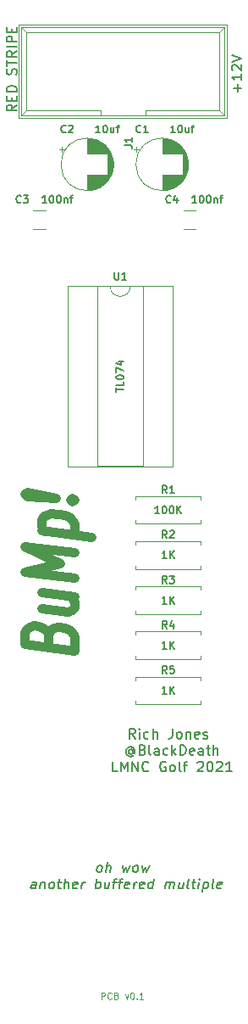
<source format=gbr>
%TF.GenerationSoftware,KiCad,Pcbnew,(5.1.8-0-10_14)*%
%TF.CreationDate,2021-08-22T20:49:35-04:00*%
%TF.ProjectId,bump,62756d70-2e6b-4696-9361-645f70636258,rev?*%
%TF.SameCoordinates,Original*%
%TF.FileFunction,Legend,Top*%
%TF.FilePolarity,Positive*%
%FSLAX46Y46*%
G04 Gerber Fmt 4.6, Leading zero omitted, Abs format (unit mm)*
G04 Created by KiCad (PCBNEW (5.1.8-0-10_14)) date 2021-08-22 20:49:35*
%MOMM*%
%LPD*%
G01*
G04 APERTURE LIST*
%ADD10C,0.125000*%
%ADD11C,0.150000*%
%ADD12C,0.950000*%
%ADD13C,0.120000*%
%ADD14C,1.600000*%
%ADD15R,1.600000X1.600000*%
%ADD16C,3.200000*%
%ADD17O,1.740000X2.200000*%
%ADD18R,1.727200X1.727200*%
%ADD19O,1.727200X1.727200*%
%ADD20O,1.600000X1.600000*%
%ADD21R,2.400000X1.600000*%
%ADD22O,2.400000X1.600000*%
G04 APERTURE END LIST*
D10*
X60410714Y-149294047D02*
X60410714Y-148644047D01*
X60658333Y-148644047D01*
X60720238Y-148675000D01*
X60751190Y-148705952D01*
X60782142Y-148767857D01*
X60782142Y-148860714D01*
X60751190Y-148922619D01*
X60720238Y-148953571D01*
X60658333Y-148984523D01*
X60410714Y-148984523D01*
X61432142Y-149232142D02*
X61401190Y-149263095D01*
X61308333Y-149294047D01*
X61246428Y-149294047D01*
X61153571Y-149263095D01*
X61091666Y-149201190D01*
X61060714Y-149139285D01*
X61029761Y-149015476D01*
X61029761Y-148922619D01*
X61060714Y-148798809D01*
X61091666Y-148736904D01*
X61153571Y-148675000D01*
X61246428Y-148644047D01*
X61308333Y-148644047D01*
X61401190Y-148675000D01*
X61432142Y-148705952D01*
X61927380Y-148953571D02*
X62020238Y-148984523D01*
X62051190Y-149015476D01*
X62082142Y-149077380D01*
X62082142Y-149170238D01*
X62051190Y-149232142D01*
X62020238Y-149263095D01*
X61958333Y-149294047D01*
X61710714Y-149294047D01*
X61710714Y-148644047D01*
X61927380Y-148644047D01*
X61989285Y-148675000D01*
X62020238Y-148705952D01*
X62051190Y-148767857D01*
X62051190Y-148829761D01*
X62020238Y-148891666D01*
X61989285Y-148922619D01*
X61927380Y-148953571D01*
X61710714Y-148953571D01*
X62794047Y-148860714D02*
X62948809Y-149294047D01*
X63103571Y-148860714D01*
X63475000Y-148644047D02*
X63536904Y-148644047D01*
X63598809Y-148675000D01*
X63629761Y-148705952D01*
X63660714Y-148767857D01*
X63691666Y-148891666D01*
X63691666Y-149046428D01*
X63660714Y-149170238D01*
X63629761Y-149232142D01*
X63598809Y-149263095D01*
X63536904Y-149294047D01*
X63475000Y-149294047D01*
X63413095Y-149263095D01*
X63382142Y-149232142D01*
X63351190Y-149170238D01*
X63320238Y-149046428D01*
X63320238Y-148891666D01*
X63351190Y-148767857D01*
X63382142Y-148705952D01*
X63413095Y-148675000D01*
X63475000Y-148644047D01*
X63970238Y-149232142D02*
X64001190Y-149263095D01*
X63970238Y-149294047D01*
X63939285Y-149263095D01*
X63970238Y-149232142D01*
X63970238Y-149294047D01*
X64620238Y-149294047D02*
X64248809Y-149294047D01*
X64434523Y-149294047D02*
X64434523Y-148644047D01*
X64372619Y-148736904D01*
X64310714Y-148798809D01*
X64248809Y-148829761D01*
D11*
X60114300Y-136627380D02*
X60025014Y-136579761D01*
X59983348Y-136532142D01*
X59947633Y-136436904D01*
X59983348Y-136151190D01*
X60042872Y-136055952D01*
X60096443Y-136008333D01*
X60197633Y-135960714D01*
X60340491Y-135960714D01*
X60429776Y-136008333D01*
X60471443Y-136055952D01*
X60507157Y-136151190D01*
X60471443Y-136436904D01*
X60411919Y-136532142D01*
X60358348Y-136579761D01*
X60257157Y-136627380D01*
X60114300Y-136627380D01*
X60876205Y-136627380D02*
X61001205Y-135627380D01*
X61304776Y-136627380D02*
X61370252Y-136103571D01*
X61334538Y-136008333D01*
X61245252Y-135960714D01*
X61102395Y-135960714D01*
X61001205Y-136008333D01*
X60947633Y-136055952D01*
X62530967Y-135960714D02*
X62638110Y-136627380D01*
X62888110Y-136151190D01*
X63019062Y-136627380D01*
X63292872Y-135960714D01*
X63733348Y-136627380D02*
X63644062Y-136579761D01*
X63602395Y-136532142D01*
X63566681Y-136436904D01*
X63602395Y-136151190D01*
X63661919Y-136055952D01*
X63715491Y-136008333D01*
X63816681Y-135960714D01*
X63959538Y-135960714D01*
X64048824Y-136008333D01*
X64090491Y-136055952D01*
X64126205Y-136151190D01*
X64090491Y-136436904D01*
X64030967Y-136532142D01*
X63977395Y-136579761D01*
X63876205Y-136627380D01*
X63733348Y-136627380D01*
X64483348Y-135960714D02*
X64590491Y-136627380D01*
X64840491Y-136151190D01*
X64971443Y-136627380D01*
X65245252Y-135960714D01*
X53828586Y-138277380D02*
X53894062Y-137753571D01*
X53858348Y-137658333D01*
X53769062Y-137610714D01*
X53578586Y-137610714D01*
X53477395Y-137658333D01*
X53834538Y-138229761D02*
X53733348Y-138277380D01*
X53495252Y-138277380D01*
X53405967Y-138229761D01*
X53370252Y-138134523D01*
X53382157Y-138039285D01*
X53441681Y-137944047D01*
X53542872Y-137896428D01*
X53780967Y-137896428D01*
X53882157Y-137848809D01*
X54388110Y-137610714D02*
X54304776Y-138277380D01*
X54376205Y-137705952D02*
X54429776Y-137658333D01*
X54530967Y-137610714D01*
X54673824Y-137610714D01*
X54763110Y-137658333D01*
X54798824Y-137753571D01*
X54733348Y-138277380D01*
X55352395Y-138277380D02*
X55263110Y-138229761D01*
X55221443Y-138182142D01*
X55185729Y-138086904D01*
X55221443Y-137801190D01*
X55280967Y-137705952D01*
X55334538Y-137658333D01*
X55435729Y-137610714D01*
X55578586Y-137610714D01*
X55667872Y-137658333D01*
X55709538Y-137705952D01*
X55745252Y-137801190D01*
X55709538Y-138086904D01*
X55650014Y-138182142D01*
X55596443Y-138229761D01*
X55495252Y-138277380D01*
X55352395Y-138277380D01*
X56054776Y-137610714D02*
X56435729Y-137610714D01*
X56239300Y-137277380D02*
X56132157Y-138134523D01*
X56167872Y-138229761D01*
X56257157Y-138277380D01*
X56352395Y-138277380D01*
X56685729Y-138277380D02*
X56810729Y-137277380D01*
X57114300Y-138277380D02*
X57179776Y-137753571D01*
X57144062Y-137658333D01*
X57054776Y-137610714D01*
X56911919Y-137610714D01*
X56810729Y-137658333D01*
X56757157Y-137705952D01*
X57977395Y-138229761D02*
X57876205Y-138277380D01*
X57685729Y-138277380D01*
X57596443Y-138229761D01*
X57560729Y-138134523D01*
X57608348Y-137753571D01*
X57667872Y-137658333D01*
X57769062Y-137610714D01*
X57959538Y-137610714D01*
X58048824Y-137658333D01*
X58084538Y-137753571D01*
X58072633Y-137848809D01*
X57584538Y-137944047D01*
X58447633Y-138277380D02*
X58530967Y-137610714D01*
X58507157Y-137801190D02*
X58566681Y-137705952D01*
X58620252Y-137658333D01*
X58721443Y-137610714D01*
X58816681Y-137610714D01*
X59828586Y-138277380D02*
X59953586Y-137277380D01*
X59905967Y-137658333D02*
X60007157Y-137610714D01*
X60197633Y-137610714D01*
X60286919Y-137658333D01*
X60328586Y-137705952D01*
X60364300Y-137801190D01*
X60328586Y-138086904D01*
X60269062Y-138182142D01*
X60215491Y-138229761D01*
X60114300Y-138277380D01*
X59923824Y-138277380D01*
X59834538Y-138229761D01*
X61245252Y-137610714D02*
X61161919Y-138277380D01*
X60816681Y-137610714D02*
X60751205Y-138134523D01*
X60786919Y-138229761D01*
X60876205Y-138277380D01*
X61019062Y-138277380D01*
X61120252Y-138229761D01*
X61173824Y-138182142D01*
X61578586Y-137610714D02*
X61959538Y-137610714D01*
X61638110Y-138277380D02*
X61745252Y-137420238D01*
X61804776Y-137325000D01*
X61905967Y-137277380D01*
X62001205Y-137277380D01*
X62150014Y-137610714D02*
X62530967Y-137610714D01*
X62209538Y-138277380D02*
X62316681Y-137420238D01*
X62376205Y-137325000D01*
X62477395Y-137277380D01*
X62572633Y-137277380D01*
X63167872Y-138229761D02*
X63066681Y-138277380D01*
X62876205Y-138277380D01*
X62786919Y-138229761D01*
X62751205Y-138134523D01*
X62798824Y-137753571D01*
X62858348Y-137658333D01*
X62959538Y-137610714D01*
X63150014Y-137610714D01*
X63239300Y-137658333D01*
X63275014Y-137753571D01*
X63263110Y-137848809D01*
X62775014Y-137944047D01*
X63638110Y-138277380D02*
X63721443Y-137610714D01*
X63697633Y-137801190D02*
X63757157Y-137705952D01*
X63810729Y-137658333D01*
X63911919Y-137610714D01*
X64007157Y-137610714D01*
X64644062Y-138229761D02*
X64542872Y-138277380D01*
X64352395Y-138277380D01*
X64263110Y-138229761D01*
X64227395Y-138134523D01*
X64275014Y-137753571D01*
X64334538Y-137658333D01*
X64435729Y-137610714D01*
X64626205Y-137610714D01*
X64715491Y-137658333D01*
X64751205Y-137753571D01*
X64739300Y-137848809D01*
X64251205Y-137944047D01*
X65542872Y-138277380D02*
X65667872Y-137277380D01*
X65548824Y-138229761D02*
X65447633Y-138277380D01*
X65257157Y-138277380D01*
X65167872Y-138229761D01*
X65126205Y-138182142D01*
X65090491Y-138086904D01*
X65126205Y-137801190D01*
X65185729Y-137705952D01*
X65239300Y-137658333D01*
X65340491Y-137610714D01*
X65530967Y-137610714D01*
X65620252Y-137658333D01*
X66780967Y-138277380D02*
X66864300Y-137610714D01*
X66852395Y-137705952D02*
X66905967Y-137658333D01*
X67007157Y-137610714D01*
X67150014Y-137610714D01*
X67239300Y-137658333D01*
X67275014Y-137753571D01*
X67209538Y-138277380D01*
X67275014Y-137753571D02*
X67334538Y-137658333D01*
X67435729Y-137610714D01*
X67578586Y-137610714D01*
X67667872Y-137658333D01*
X67703586Y-137753571D01*
X67638110Y-138277380D01*
X68626205Y-137610714D02*
X68542872Y-138277380D01*
X68197633Y-137610714D02*
X68132157Y-138134523D01*
X68167872Y-138229761D01*
X68257157Y-138277380D01*
X68400014Y-138277380D01*
X68501205Y-138229761D01*
X68554776Y-138182142D01*
X69161919Y-138277380D02*
X69072633Y-138229761D01*
X69036919Y-138134523D01*
X69144062Y-137277380D01*
X69483348Y-137610714D02*
X69864300Y-137610714D01*
X69667872Y-137277380D02*
X69560729Y-138134523D01*
X69596443Y-138229761D01*
X69685729Y-138277380D01*
X69780967Y-138277380D01*
X70114300Y-138277380D02*
X70197633Y-137610714D01*
X70239300Y-137277380D02*
X70185729Y-137325000D01*
X70227395Y-137372619D01*
X70280967Y-137325000D01*
X70239300Y-137277380D01*
X70227395Y-137372619D01*
X70673824Y-137610714D02*
X70548824Y-138610714D01*
X70667872Y-137658333D02*
X70769062Y-137610714D01*
X70959538Y-137610714D01*
X71048824Y-137658333D01*
X71090491Y-137705952D01*
X71126205Y-137801190D01*
X71090491Y-138086904D01*
X71030967Y-138182142D01*
X70977395Y-138229761D01*
X70876205Y-138277380D01*
X70685729Y-138277380D01*
X70596443Y-138229761D01*
X71638110Y-138277380D02*
X71548824Y-138229761D01*
X71513110Y-138134523D01*
X71620252Y-137277380D01*
X72405967Y-138229761D02*
X72304776Y-138277380D01*
X72114300Y-138277380D01*
X72025014Y-138229761D01*
X71989300Y-138134523D01*
X72036919Y-137753571D01*
X72096443Y-137658333D01*
X72197633Y-137610714D01*
X72388110Y-137610714D01*
X72477395Y-137658333D01*
X72513110Y-137753571D01*
X72501205Y-137848809D01*
X72013110Y-137944047D01*
D12*
X55142857Y-112931651D02*
X55380952Y-112418556D01*
X55619047Y-112267366D01*
X56095238Y-112145937D01*
X56809523Y-112235223D01*
X57285714Y-112475699D01*
X57523809Y-112686413D01*
X57761904Y-113078080D01*
X57761904Y-114525699D01*
X52761904Y-113900699D01*
X52761904Y-112634032D01*
X53000000Y-112301889D01*
X53238095Y-112150699D01*
X53714285Y-112029270D01*
X54190476Y-112088794D01*
X54666666Y-112329270D01*
X54904761Y-112539985D01*
X55142857Y-112931651D01*
X55142857Y-114198318D01*
X54428571Y-108680461D02*
X57761904Y-109097127D01*
X54428571Y-110309032D02*
X57047619Y-110636413D01*
X57523809Y-110514985D01*
X57761904Y-110182842D01*
X57761904Y-109639985D01*
X57523809Y-109248318D01*
X57285714Y-109037604D01*
X57761904Y-107287604D02*
X52761904Y-106662604D01*
X56333333Y-105842366D01*
X52761904Y-104129270D01*
X57761904Y-104754270D01*
X54428571Y-102528080D02*
X59428571Y-103153080D01*
X54666666Y-102557842D02*
X54428571Y-102166175D01*
X54428571Y-101442366D01*
X54666666Y-101110223D01*
X54904761Y-100959032D01*
X55380952Y-100837604D01*
X56809523Y-101016175D01*
X57285714Y-101256651D01*
X57523809Y-101467366D01*
X57761904Y-101859032D01*
X57761904Y-102582842D01*
X57523809Y-102914985D01*
X57285714Y-99447127D02*
X57523809Y-99295937D01*
X57761904Y-99506651D01*
X57523809Y-99657842D01*
X57285714Y-99447127D01*
X57761904Y-99506651D01*
X55857142Y-99268556D02*
X53000000Y-99092366D01*
X52761904Y-98881651D01*
X53000000Y-98730461D01*
X55857142Y-99268556D01*
X52761904Y-98881651D01*
D11*
X63809523Y-123302380D02*
X63476190Y-122826190D01*
X63238095Y-123302380D02*
X63238095Y-122302380D01*
X63619047Y-122302380D01*
X63714285Y-122350000D01*
X63761904Y-122397619D01*
X63809523Y-122492857D01*
X63809523Y-122635714D01*
X63761904Y-122730952D01*
X63714285Y-122778571D01*
X63619047Y-122826190D01*
X63238095Y-122826190D01*
X64238095Y-123302380D02*
X64238095Y-122635714D01*
X64238095Y-122302380D02*
X64190476Y-122350000D01*
X64238095Y-122397619D01*
X64285714Y-122350000D01*
X64238095Y-122302380D01*
X64238095Y-122397619D01*
X65142857Y-123254761D02*
X65047619Y-123302380D01*
X64857142Y-123302380D01*
X64761904Y-123254761D01*
X64714285Y-123207142D01*
X64666666Y-123111904D01*
X64666666Y-122826190D01*
X64714285Y-122730952D01*
X64761904Y-122683333D01*
X64857142Y-122635714D01*
X65047619Y-122635714D01*
X65142857Y-122683333D01*
X65571428Y-123302380D02*
X65571428Y-122302380D01*
X66000000Y-123302380D02*
X66000000Y-122778571D01*
X65952380Y-122683333D01*
X65857142Y-122635714D01*
X65714285Y-122635714D01*
X65619047Y-122683333D01*
X65571428Y-122730952D01*
X67523809Y-122302380D02*
X67523809Y-123016666D01*
X67476190Y-123159523D01*
X67380952Y-123254761D01*
X67238095Y-123302380D01*
X67142857Y-123302380D01*
X68142857Y-123302380D02*
X68047619Y-123254761D01*
X68000000Y-123207142D01*
X67952380Y-123111904D01*
X67952380Y-122826190D01*
X68000000Y-122730952D01*
X68047619Y-122683333D01*
X68142857Y-122635714D01*
X68285714Y-122635714D01*
X68380952Y-122683333D01*
X68428571Y-122730952D01*
X68476190Y-122826190D01*
X68476190Y-123111904D01*
X68428571Y-123207142D01*
X68380952Y-123254761D01*
X68285714Y-123302380D01*
X68142857Y-123302380D01*
X68904761Y-122635714D02*
X68904761Y-123302380D01*
X68904761Y-122730952D02*
X68952380Y-122683333D01*
X69047619Y-122635714D01*
X69190476Y-122635714D01*
X69285714Y-122683333D01*
X69333333Y-122778571D01*
X69333333Y-123302380D01*
X70190476Y-123254761D02*
X70095238Y-123302380D01*
X69904761Y-123302380D01*
X69809523Y-123254761D01*
X69761904Y-123159523D01*
X69761904Y-122778571D01*
X69809523Y-122683333D01*
X69904761Y-122635714D01*
X70095238Y-122635714D01*
X70190476Y-122683333D01*
X70238095Y-122778571D01*
X70238095Y-122873809D01*
X69761904Y-122969047D01*
X70619047Y-123254761D02*
X70714285Y-123302380D01*
X70904761Y-123302380D01*
X71000000Y-123254761D01*
X71047619Y-123159523D01*
X71047619Y-123111904D01*
X71000000Y-123016666D01*
X70904761Y-122969047D01*
X70761904Y-122969047D01*
X70666666Y-122921428D01*
X70619047Y-122826190D01*
X70619047Y-122778571D01*
X70666666Y-122683333D01*
X70761904Y-122635714D01*
X70904761Y-122635714D01*
X71000000Y-122683333D01*
X63547619Y-124476190D02*
X63500000Y-124428571D01*
X63404761Y-124380952D01*
X63309523Y-124380952D01*
X63214285Y-124428571D01*
X63166666Y-124476190D01*
X63119047Y-124571428D01*
X63119047Y-124666666D01*
X63166666Y-124761904D01*
X63214285Y-124809523D01*
X63309523Y-124857142D01*
X63404761Y-124857142D01*
X63500000Y-124809523D01*
X63547619Y-124761904D01*
X63547619Y-124380952D02*
X63547619Y-124761904D01*
X63595238Y-124809523D01*
X63642857Y-124809523D01*
X63738095Y-124761904D01*
X63785714Y-124666666D01*
X63785714Y-124428571D01*
X63690476Y-124285714D01*
X63547619Y-124190476D01*
X63357142Y-124142857D01*
X63166666Y-124190476D01*
X63023809Y-124285714D01*
X62928571Y-124428571D01*
X62880952Y-124619047D01*
X62928571Y-124809523D01*
X63023809Y-124952380D01*
X63166666Y-125047619D01*
X63357142Y-125095238D01*
X63547619Y-125047619D01*
X63690476Y-124952380D01*
X64547619Y-124428571D02*
X64690476Y-124476190D01*
X64738095Y-124523809D01*
X64785714Y-124619047D01*
X64785714Y-124761904D01*
X64738095Y-124857142D01*
X64690476Y-124904761D01*
X64595238Y-124952380D01*
X64214285Y-124952380D01*
X64214285Y-123952380D01*
X64547619Y-123952380D01*
X64642857Y-124000000D01*
X64690476Y-124047619D01*
X64738095Y-124142857D01*
X64738095Y-124238095D01*
X64690476Y-124333333D01*
X64642857Y-124380952D01*
X64547619Y-124428571D01*
X64214285Y-124428571D01*
X65357142Y-124952380D02*
X65261904Y-124904761D01*
X65214285Y-124809523D01*
X65214285Y-123952380D01*
X66166666Y-124952380D02*
X66166666Y-124428571D01*
X66119047Y-124333333D01*
X66023809Y-124285714D01*
X65833333Y-124285714D01*
X65738095Y-124333333D01*
X66166666Y-124904761D02*
X66071428Y-124952380D01*
X65833333Y-124952380D01*
X65738095Y-124904761D01*
X65690476Y-124809523D01*
X65690476Y-124714285D01*
X65738095Y-124619047D01*
X65833333Y-124571428D01*
X66071428Y-124571428D01*
X66166666Y-124523809D01*
X67071428Y-124904761D02*
X66976190Y-124952380D01*
X66785714Y-124952380D01*
X66690476Y-124904761D01*
X66642857Y-124857142D01*
X66595238Y-124761904D01*
X66595238Y-124476190D01*
X66642857Y-124380952D01*
X66690476Y-124333333D01*
X66785714Y-124285714D01*
X66976190Y-124285714D01*
X67071428Y-124333333D01*
X67500000Y-124952380D02*
X67500000Y-123952380D01*
X67595238Y-124571428D02*
X67880952Y-124952380D01*
X67880952Y-124285714D02*
X67500000Y-124666666D01*
X68309523Y-124952380D02*
X68309523Y-123952380D01*
X68547619Y-123952380D01*
X68690476Y-124000000D01*
X68785714Y-124095238D01*
X68833333Y-124190476D01*
X68880952Y-124380952D01*
X68880952Y-124523809D01*
X68833333Y-124714285D01*
X68785714Y-124809523D01*
X68690476Y-124904761D01*
X68547619Y-124952380D01*
X68309523Y-124952380D01*
X69690476Y-124904761D02*
X69595238Y-124952380D01*
X69404761Y-124952380D01*
X69309523Y-124904761D01*
X69261904Y-124809523D01*
X69261904Y-124428571D01*
X69309523Y-124333333D01*
X69404761Y-124285714D01*
X69595238Y-124285714D01*
X69690476Y-124333333D01*
X69738095Y-124428571D01*
X69738095Y-124523809D01*
X69261904Y-124619047D01*
X70595238Y-124952380D02*
X70595238Y-124428571D01*
X70547619Y-124333333D01*
X70452380Y-124285714D01*
X70261904Y-124285714D01*
X70166666Y-124333333D01*
X70595238Y-124904761D02*
X70500000Y-124952380D01*
X70261904Y-124952380D01*
X70166666Y-124904761D01*
X70119047Y-124809523D01*
X70119047Y-124714285D01*
X70166666Y-124619047D01*
X70261904Y-124571428D01*
X70500000Y-124571428D01*
X70595238Y-124523809D01*
X70928571Y-124285714D02*
X71309523Y-124285714D01*
X71071428Y-123952380D02*
X71071428Y-124809523D01*
X71119047Y-124904761D01*
X71214285Y-124952380D01*
X71309523Y-124952380D01*
X71642857Y-124952380D02*
X71642857Y-123952380D01*
X72071428Y-124952380D02*
X72071428Y-124428571D01*
X72023809Y-124333333D01*
X71928571Y-124285714D01*
X71785714Y-124285714D01*
X71690476Y-124333333D01*
X71642857Y-124380952D01*
X62047619Y-126602380D02*
X61571428Y-126602380D01*
X61571428Y-125602380D01*
X62380952Y-126602380D02*
X62380952Y-125602380D01*
X62714285Y-126316666D01*
X63047619Y-125602380D01*
X63047619Y-126602380D01*
X63523809Y-126602380D02*
X63523809Y-125602380D01*
X64095238Y-126602380D01*
X64095238Y-125602380D01*
X65142857Y-126507142D02*
X65095238Y-126554761D01*
X64952380Y-126602380D01*
X64857142Y-126602380D01*
X64714285Y-126554761D01*
X64619047Y-126459523D01*
X64571428Y-126364285D01*
X64523809Y-126173809D01*
X64523809Y-126030952D01*
X64571428Y-125840476D01*
X64619047Y-125745238D01*
X64714285Y-125650000D01*
X64857142Y-125602380D01*
X64952380Y-125602380D01*
X65095238Y-125650000D01*
X65142857Y-125697619D01*
X66857142Y-125650000D02*
X66761904Y-125602380D01*
X66619047Y-125602380D01*
X66476190Y-125650000D01*
X66380952Y-125745238D01*
X66333333Y-125840476D01*
X66285714Y-126030952D01*
X66285714Y-126173809D01*
X66333333Y-126364285D01*
X66380952Y-126459523D01*
X66476190Y-126554761D01*
X66619047Y-126602380D01*
X66714285Y-126602380D01*
X66857142Y-126554761D01*
X66904761Y-126507142D01*
X66904761Y-126173809D01*
X66714285Y-126173809D01*
X67476190Y-126602380D02*
X67380952Y-126554761D01*
X67333333Y-126507142D01*
X67285714Y-126411904D01*
X67285714Y-126126190D01*
X67333333Y-126030952D01*
X67380952Y-125983333D01*
X67476190Y-125935714D01*
X67619047Y-125935714D01*
X67714285Y-125983333D01*
X67761904Y-126030952D01*
X67809523Y-126126190D01*
X67809523Y-126411904D01*
X67761904Y-126507142D01*
X67714285Y-126554761D01*
X67619047Y-126602380D01*
X67476190Y-126602380D01*
X68380952Y-126602380D02*
X68285714Y-126554761D01*
X68238095Y-126459523D01*
X68238095Y-125602380D01*
X68619047Y-125935714D02*
X69000000Y-125935714D01*
X68761904Y-126602380D02*
X68761904Y-125745238D01*
X68809523Y-125650000D01*
X68904761Y-125602380D01*
X69000000Y-125602380D01*
X70047619Y-125697619D02*
X70095238Y-125650000D01*
X70190476Y-125602380D01*
X70428571Y-125602380D01*
X70523809Y-125650000D01*
X70571428Y-125697619D01*
X70619047Y-125792857D01*
X70619047Y-125888095D01*
X70571428Y-126030952D01*
X70000000Y-126602380D01*
X70619047Y-126602380D01*
X71238095Y-125602380D02*
X71333333Y-125602380D01*
X71428571Y-125650000D01*
X71476190Y-125697619D01*
X71523809Y-125792857D01*
X71571428Y-125983333D01*
X71571428Y-126221428D01*
X71523809Y-126411904D01*
X71476190Y-126507142D01*
X71428571Y-126554761D01*
X71333333Y-126602380D01*
X71238095Y-126602380D01*
X71142857Y-126554761D01*
X71095238Y-126507142D01*
X71047619Y-126411904D01*
X71000000Y-126221428D01*
X71000000Y-125983333D01*
X71047619Y-125792857D01*
X71095238Y-125697619D01*
X71142857Y-125650000D01*
X71238095Y-125602380D01*
X71952380Y-125697619D02*
X72000000Y-125650000D01*
X72095238Y-125602380D01*
X72333333Y-125602380D01*
X72428571Y-125650000D01*
X72476190Y-125697619D01*
X72523809Y-125792857D01*
X72523809Y-125888095D01*
X72476190Y-126030952D01*
X71904761Y-126602380D01*
X72523809Y-126602380D01*
X73476190Y-126602380D02*
X72904761Y-126602380D01*
X73190476Y-126602380D02*
X73190476Y-125602380D01*
X73095238Y-125745238D01*
X73000000Y-125840476D01*
X72904761Y-125888095D01*
D13*
%TO.C,C1*%
X63945225Y-64275000D02*
X63945225Y-64775000D01*
X63695225Y-64525000D02*
X64195225Y-64525000D01*
X69101000Y-65716000D02*
X69101000Y-66284000D01*
X69061000Y-65482000D02*
X69061000Y-66518000D01*
X69021000Y-65323000D02*
X69021000Y-66677000D01*
X68981000Y-65195000D02*
X68981000Y-66805000D01*
X68941000Y-65085000D02*
X68941000Y-66915000D01*
X68901000Y-64989000D02*
X68901000Y-67011000D01*
X68861000Y-64902000D02*
X68861000Y-67098000D01*
X68821000Y-64822000D02*
X68821000Y-67178000D01*
X68781000Y-64749000D02*
X68781000Y-67251000D01*
X68741000Y-64681000D02*
X68741000Y-67319000D01*
X68701000Y-64617000D02*
X68701000Y-67383000D01*
X68661000Y-64557000D02*
X68661000Y-67443000D01*
X68621000Y-64500000D02*
X68621000Y-67500000D01*
X68581000Y-64446000D02*
X68581000Y-67554000D01*
X68541000Y-64395000D02*
X68541000Y-67605000D01*
X68501000Y-67040000D02*
X68501000Y-67653000D01*
X68501000Y-64347000D02*
X68501000Y-64960000D01*
X68461000Y-67040000D02*
X68461000Y-67699000D01*
X68461000Y-64301000D02*
X68461000Y-64960000D01*
X68421000Y-67040000D02*
X68421000Y-67743000D01*
X68421000Y-64257000D02*
X68421000Y-64960000D01*
X68381000Y-67040000D02*
X68381000Y-67785000D01*
X68381000Y-64215000D02*
X68381000Y-64960000D01*
X68341000Y-67040000D02*
X68341000Y-67826000D01*
X68341000Y-64174000D02*
X68341000Y-64960000D01*
X68301000Y-67040000D02*
X68301000Y-67864000D01*
X68301000Y-64136000D02*
X68301000Y-64960000D01*
X68261000Y-67040000D02*
X68261000Y-67901000D01*
X68261000Y-64099000D02*
X68261000Y-64960000D01*
X68221000Y-67040000D02*
X68221000Y-67937000D01*
X68221000Y-64063000D02*
X68221000Y-64960000D01*
X68181000Y-67040000D02*
X68181000Y-67971000D01*
X68181000Y-64029000D02*
X68181000Y-64960000D01*
X68141000Y-67040000D02*
X68141000Y-68004000D01*
X68141000Y-63996000D02*
X68141000Y-64960000D01*
X68101000Y-67040000D02*
X68101000Y-68035000D01*
X68101000Y-63965000D02*
X68101000Y-64960000D01*
X68061000Y-67040000D02*
X68061000Y-68065000D01*
X68061000Y-63935000D02*
X68061000Y-64960000D01*
X68021000Y-67040000D02*
X68021000Y-68095000D01*
X68021000Y-63905000D02*
X68021000Y-64960000D01*
X67981000Y-67040000D02*
X67981000Y-68122000D01*
X67981000Y-63878000D02*
X67981000Y-64960000D01*
X67941000Y-67040000D02*
X67941000Y-68149000D01*
X67941000Y-63851000D02*
X67941000Y-64960000D01*
X67901000Y-67040000D02*
X67901000Y-68175000D01*
X67901000Y-63825000D02*
X67901000Y-64960000D01*
X67861000Y-67040000D02*
X67861000Y-68200000D01*
X67861000Y-63800000D02*
X67861000Y-64960000D01*
X67821000Y-67040000D02*
X67821000Y-68224000D01*
X67821000Y-63776000D02*
X67821000Y-64960000D01*
X67781000Y-67040000D02*
X67781000Y-68247000D01*
X67781000Y-63753000D02*
X67781000Y-64960000D01*
X67741000Y-67040000D02*
X67741000Y-68268000D01*
X67741000Y-63732000D02*
X67741000Y-64960000D01*
X67701000Y-67040000D02*
X67701000Y-68290000D01*
X67701000Y-63710000D02*
X67701000Y-64960000D01*
X67661000Y-67040000D02*
X67661000Y-68310000D01*
X67661000Y-63690000D02*
X67661000Y-64960000D01*
X67621000Y-67040000D02*
X67621000Y-68329000D01*
X67621000Y-63671000D02*
X67621000Y-64960000D01*
X67581000Y-67040000D02*
X67581000Y-68348000D01*
X67581000Y-63652000D02*
X67581000Y-64960000D01*
X67541000Y-67040000D02*
X67541000Y-68365000D01*
X67541000Y-63635000D02*
X67541000Y-64960000D01*
X67501000Y-67040000D02*
X67501000Y-68382000D01*
X67501000Y-63618000D02*
X67501000Y-64960000D01*
X67461000Y-67040000D02*
X67461000Y-68398000D01*
X67461000Y-63602000D02*
X67461000Y-64960000D01*
X67421000Y-67040000D02*
X67421000Y-68414000D01*
X67421000Y-63586000D02*
X67421000Y-64960000D01*
X67381000Y-67040000D02*
X67381000Y-68428000D01*
X67381000Y-63572000D02*
X67381000Y-64960000D01*
X67341000Y-67040000D02*
X67341000Y-68442000D01*
X67341000Y-63558000D02*
X67341000Y-64960000D01*
X67301000Y-67040000D02*
X67301000Y-68455000D01*
X67301000Y-63545000D02*
X67301000Y-64960000D01*
X67261000Y-67040000D02*
X67261000Y-68468000D01*
X67261000Y-63532000D02*
X67261000Y-64960000D01*
X67221000Y-67040000D02*
X67221000Y-68480000D01*
X67221000Y-63520000D02*
X67221000Y-64960000D01*
X67180000Y-67040000D02*
X67180000Y-68491000D01*
X67180000Y-63509000D02*
X67180000Y-64960000D01*
X67140000Y-67040000D02*
X67140000Y-68501000D01*
X67140000Y-63499000D02*
X67140000Y-64960000D01*
X67100000Y-67040000D02*
X67100000Y-68511000D01*
X67100000Y-63489000D02*
X67100000Y-64960000D01*
X67060000Y-67040000D02*
X67060000Y-68520000D01*
X67060000Y-63480000D02*
X67060000Y-64960000D01*
X67020000Y-67040000D02*
X67020000Y-68528000D01*
X67020000Y-63472000D02*
X67020000Y-64960000D01*
X66980000Y-67040000D02*
X66980000Y-68536000D01*
X66980000Y-63464000D02*
X66980000Y-64960000D01*
X66940000Y-67040000D02*
X66940000Y-68543000D01*
X66940000Y-63457000D02*
X66940000Y-64960000D01*
X66900000Y-67040000D02*
X66900000Y-68550000D01*
X66900000Y-63450000D02*
X66900000Y-64960000D01*
X66860000Y-67040000D02*
X66860000Y-68556000D01*
X66860000Y-63444000D02*
X66860000Y-64960000D01*
X66820000Y-67040000D02*
X66820000Y-68561000D01*
X66820000Y-63439000D02*
X66820000Y-64960000D01*
X66780000Y-67040000D02*
X66780000Y-68565000D01*
X66780000Y-63435000D02*
X66780000Y-64960000D01*
X66740000Y-67040000D02*
X66740000Y-68569000D01*
X66740000Y-63431000D02*
X66740000Y-64960000D01*
X66700000Y-67040000D02*
X66700000Y-68573000D01*
X66700000Y-63427000D02*
X66700000Y-64960000D01*
X66660000Y-67040000D02*
X66660000Y-68576000D01*
X66660000Y-63424000D02*
X66660000Y-64960000D01*
X66620000Y-67040000D02*
X66620000Y-68578000D01*
X66620000Y-63422000D02*
X66620000Y-64960000D01*
X66580000Y-67040000D02*
X66580000Y-68579000D01*
X66580000Y-63421000D02*
X66580000Y-64960000D01*
X66540000Y-63420000D02*
X66540000Y-64960000D01*
X66540000Y-67040000D02*
X66540000Y-68580000D01*
X66500000Y-63420000D02*
X66500000Y-64960000D01*
X66500000Y-67040000D02*
X66500000Y-68580000D01*
X69120000Y-66000000D02*
G75*
G03*
X69120000Y-66000000I-2620000J0D01*
G01*
%TO.C,C2*%
X61620000Y-66000000D02*
G75*
G03*
X61620000Y-66000000I-2620000J0D01*
G01*
X59000000Y-67040000D02*
X59000000Y-68580000D01*
X59000000Y-63420000D02*
X59000000Y-64960000D01*
X59040000Y-67040000D02*
X59040000Y-68580000D01*
X59040000Y-63420000D02*
X59040000Y-64960000D01*
X59080000Y-63421000D02*
X59080000Y-64960000D01*
X59080000Y-67040000D02*
X59080000Y-68579000D01*
X59120000Y-63422000D02*
X59120000Y-64960000D01*
X59120000Y-67040000D02*
X59120000Y-68578000D01*
X59160000Y-63424000D02*
X59160000Y-64960000D01*
X59160000Y-67040000D02*
X59160000Y-68576000D01*
X59200000Y-63427000D02*
X59200000Y-64960000D01*
X59200000Y-67040000D02*
X59200000Y-68573000D01*
X59240000Y-63431000D02*
X59240000Y-64960000D01*
X59240000Y-67040000D02*
X59240000Y-68569000D01*
X59280000Y-63435000D02*
X59280000Y-64960000D01*
X59280000Y-67040000D02*
X59280000Y-68565000D01*
X59320000Y-63439000D02*
X59320000Y-64960000D01*
X59320000Y-67040000D02*
X59320000Y-68561000D01*
X59360000Y-63444000D02*
X59360000Y-64960000D01*
X59360000Y-67040000D02*
X59360000Y-68556000D01*
X59400000Y-63450000D02*
X59400000Y-64960000D01*
X59400000Y-67040000D02*
X59400000Y-68550000D01*
X59440000Y-63457000D02*
X59440000Y-64960000D01*
X59440000Y-67040000D02*
X59440000Y-68543000D01*
X59480000Y-63464000D02*
X59480000Y-64960000D01*
X59480000Y-67040000D02*
X59480000Y-68536000D01*
X59520000Y-63472000D02*
X59520000Y-64960000D01*
X59520000Y-67040000D02*
X59520000Y-68528000D01*
X59560000Y-63480000D02*
X59560000Y-64960000D01*
X59560000Y-67040000D02*
X59560000Y-68520000D01*
X59600000Y-63489000D02*
X59600000Y-64960000D01*
X59600000Y-67040000D02*
X59600000Y-68511000D01*
X59640000Y-63499000D02*
X59640000Y-64960000D01*
X59640000Y-67040000D02*
X59640000Y-68501000D01*
X59680000Y-63509000D02*
X59680000Y-64960000D01*
X59680000Y-67040000D02*
X59680000Y-68491000D01*
X59721000Y-63520000D02*
X59721000Y-64960000D01*
X59721000Y-67040000D02*
X59721000Y-68480000D01*
X59761000Y-63532000D02*
X59761000Y-64960000D01*
X59761000Y-67040000D02*
X59761000Y-68468000D01*
X59801000Y-63545000D02*
X59801000Y-64960000D01*
X59801000Y-67040000D02*
X59801000Y-68455000D01*
X59841000Y-63558000D02*
X59841000Y-64960000D01*
X59841000Y-67040000D02*
X59841000Y-68442000D01*
X59881000Y-63572000D02*
X59881000Y-64960000D01*
X59881000Y-67040000D02*
X59881000Y-68428000D01*
X59921000Y-63586000D02*
X59921000Y-64960000D01*
X59921000Y-67040000D02*
X59921000Y-68414000D01*
X59961000Y-63602000D02*
X59961000Y-64960000D01*
X59961000Y-67040000D02*
X59961000Y-68398000D01*
X60001000Y-63618000D02*
X60001000Y-64960000D01*
X60001000Y-67040000D02*
X60001000Y-68382000D01*
X60041000Y-63635000D02*
X60041000Y-64960000D01*
X60041000Y-67040000D02*
X60041000Y-68365000D01*
X60081000Y-63652000D02*
X60081000Y-64960000D01*
X60081000Y-67040000D02*
X60081000Y-68348000D01*
X60121000Y-63671000D02*
X60121000Y-64960000D01*
X60121000Y-67040000D02*
X60121000Y-68329000D01*
X60161000Y-63690000D02*
X60161000Y-64960000D01*
X60161000Y-67040000D02*
X60161000Y-68310000D01*
X60201000Y-63710000D02*
X60201000Y-64960000D01*
X60201000Y-67040000D02*
X60201000Y-68290000D01*
X60241000Y-63732000D02*
X60241000Y-64960000D01*
X60241000Y-67040000D02*
X60241000Y-68268000D01*
X60281000Y-63753000D02*
X60281000Y-64960000D01*
X60281000Y-67040000D02*
X60281000Y-68247000D01*
X60321000Y-63776000D02*
X60321000Y-64960000D01*
X60321000Y-67040000D02*
X60321000Y-68224000D01*
X60361000Y-63800000D02*
X60361000Y-64960000D01*
X60361000Y-67040000D02*
X60361000Y-68200000D01*
X60401000Y-63825000D02*
X60401000Y-64960000D01*
X60401000Y-67040000D02*
X60401000Y-68175000D01*
X60441000Y-63851000D02*
X60441000Y-64960000D01*
X60441000Y-67040000D02*
X60441000Y-68149000D01*
X60481000Y-63878000D02*
X60481000Y-64960000D01*
X60481000Y-67040000D02*
X60481000Y-68122000D01*
X60521000Y-63905000D02*
X60521000Y-64960000D01*
X60521000Y-67040000D02*
X60521000Y-68095000D01*
X60561000Y-63935000D02*
X60561000Y-64960000D01*
X60561000Y-67040000D02*
X60561000Y-68065000D01*
X60601000Y-63965000D02*
X60601000Y-64960000D01*
X60601000Y-67040000D02*
X60601000Y-68035000D01*
X60641000Y-63996000D02*
X60641000Y-64960000D01*
X60641000Y-67040000D02*
X60641000Y-68004000D01*
X60681000Y-64029000D02*
X60681000Y-64960000D01*
X60681000Y-67040000D02*
X60681000Y-67971000D01*
X60721000Y-64063000D02*
X60721000Y-64960000D01*
X60721000Y-67040000D02*
X60721000Y-67937000D01*
X60761000Y-64099000D02*
X60761000Y-64960000D01*
X60761000Y-67040000D02*
X60761000Y-67901000D01*
X60801000Y-64136000D02*
X60801000Y-64960000D01*
X60801000Y-67040000D02*
X60801000Y-67864000D01*
X60841000Y-64174000D02*
X60841000Y-64960000D01*
X60841000Y-67040000D02*
X60841000Y-67826000D01*
X60881000Y-64215000D02*
X60881000Y-64960000D01*
X60881000Y-67040000D02*
X60881000Y-67785000D01*
X60921000Y-64257000D02*
X60921000Y-64960000D01*
X60921000Y-67040000D02*
X60921000Y-67743000D01*
X60961000Y-64301000D02*
X60961000Y-64960000D01*
X60961000Y-67040000D02*
X60961000Y-67699000D01*
X61001000Y-64347000D02*
X61001000Y-64960000D01*
X61001000Y-67040000D02*
X61001000Y-67653000D01*
X61041000Y-64395000D02*
X61041000Y-67605000D01*
X61081000Y-64446000D02*
X61081000Y-67554000D01*
X61121000Y-64500000D02*
X61121000Y-67500000D01*
X61161000Y-64557000D02*
X61161000Y-67443000D01*
X61201000Y-64617000D02*
X61201000Y-67383000D01*
X61241000Y-64681000D02*
X61241000Y-67319000D01*
X61281000Y-64749000D02*
X61281000Y-67251000D01*
X61321000Y-64822000D02*
X61321000Y-67178000D01*
X61361000Y-64902000D02*
X61361000Y-67098000D01*
X61401000Y-64989000D02*
X61401000Y-67011000D01*
X61441000Y-65085000D02*
X61441000Y-66915000D01*
X61481000Y-65195000D02*
X61481000Y-66805000D01*
X61521000Y-65323000D02*
X61521000Y-66677000D01*
X61561000Y-65482000D02*
X61561000Y-66518000D01*
X61601000Y-65716000D02*
X61601000Y-66284000D01*
X56195225Y-64525000D02*
X56695225Y-64525000D01*
X56445225Y-64275000D02*
X56445225Y-64775000D01*
%TO.C,C3*%
X53621000Y-70580000D02*
X54879000Y-70580000D01*
X53621000Y-72420000D02*
X54879000Y-72420000D01*
%TO.C,C4*%
X68621000Y-72420000D02*
X69879000Y-72420000D01*
X68621000Y-70580000D02*
X69879000Y-70580000D01*
%TO.C,J1*%
X52150000Y-52055000D02*
X73010000Y-52055000D01*
X73010000Y-52055000D02*
X73010000Y-61405000D01*
X73010000Y-61405000D02*
X52150000Y-61405000D01*
X52150000Y-61405000D02*
X52150000Y-52055000D01*
X52400000Y-61150000D02*
X52400000Y-52300000D01*
X52400000Y-52300000D02*
X72750000Y-52300000D01*
X72750000Y-52300000D02*
X72750000Y-61150000D01*
X72750000Y-61150000D02*
X52400000Y-61150000D01*
X52400000Y-61150000D02*
X52950000Y-60600000D01*
X52950000Y-60600000D02*
X52950000Y-52850000D01*
X52950000Y-52850000D02*
X52400000Y-52300000D01*
X52950000Y-52850000D02*
X72200000Y-52850000D01*
X72200000Y-52850000D02*
X72750000Y-52300000D01*
X72200000Y-52850000D02*
X72200000Y-60600000D01*
X72200000Y-60600000D02*
X72700000Y-61100000D01*
X72200000Y-60600000D02*
X64850000Y-60600000D01*
X64830000Y-60600000D02*
X64830000Y-61110000D01*
X60330000Y-61100000D02*
X60330000Y-60620000D01*
X60330000Y-60600000D02*
X52950000Y-60600000D01*
%TO.C,R1*%
X70375001Y-101870000D02*
X70375001Y-101540000D01*
X63835001Y-101870000D02*
X70375001Y-101870000D01*
X63835001Y-101540000D02*
X63835001Y-101870000D01*
X70375001Y-99130000D02*
X70375001Y-99460000D01*
X63835001Y-99130000D02*
X70375001Y-99130000D01*
X63835001Y-99460000D02*
X63835001Y-99130000D01*
%TO.C,R2*%
X63835001Y-103960000D02*
X63835001Y-103630000D01*
X63835001Y-103630000D02*
X70375001Y-103630000D01*
X70375001Y-103630000D02*
X70375001Y-103960000D01*
X63835001Y-106040000D02*
X63835001Y-106370000D01*
X63835001Y-106370000D02*
X70375001Y-106370000D01*
X70375001Y-106370000D02*
X70375001Y-106040000D01*
%TO.C,R3*%
X70375001Y-110870000D02*
X70375001Y-110540000D01*
X63835001Y-110870000D02*
X70375001Y-110870000D01*
X63835001Y-110540000D02*
X63835001Y-110870000D01*
X70375001Y-108130000D02*
X70375001Y-108460000D01*
X63835001Y-108130000D02*
X70375001Y-108130000D01*
X63835001Y-108460000D02*
X63835001Y-108130000D01*
%TO.C,R4*%
X63835001Y-112960000D02*
X63835001Y-112630000D01*
X63835001Y-112630000D02*
X70375001Y-112630000D01*
X70375001Y-112630000D02*
X70375001Y-112960000D01*
X63835001Y-115040000D02*
X63835001Y-115370000D01*
X63835001Y-115370000D02*
X70375001Y-115370000D01*
X70375001Y-115370000D02*
X70375001Y-115040000D01*
%TO.C,R5*%
X70375001Y-119870000D02*
X70375001Y-119540000D01*
X63835001Y-119870000D02*
X70375001Y-119870000D01*
X63835001Y-119540000D02*
X63835001Y-119870000D01*
X70375001Y-117130000D02*
X70375001Y-117460000D01*
X63835001Y-117130000D02*
X70375001Y-117130000D01*
X63835001Y-117460000D02*
X63835001Y-117130000D01*
%TO.C,U1*%
X67560000Y-78110000D02*
X57060000Y-78110000D01*
X67560000Y-96130000D02*
X67560000Y-78110000D01*
X57060000Y-96130000D02*
X67560000Y-96130000D01*
X57060000Y-78110000D02*
X57060000Y-96130000D01*
X64560000Y-78170000D02*
X63310000Y-78170000D01*
X64560000Y-96070000D02*
X64560000Y-78170000D01*
X60060000Y-96070000D02*
X64560000Y-96070000D01*
X60060000Y-78170000D02*
X60060000Y-96070000D01*
X61310000Y-78170000D02*
X60060000Y-78170000D01*
X63310000Y-78170000D02*
G75*
G02*
X61310000Y-78170000I-1000000J0D01*
G01*
%TO.C,C1*%
D11*
X64375000Y-62767857D02*
X64339285Y-62803571D01*
X64232142Y-62839285D01*
X64160714Y-62839285D01*
X64053571Y-62803571D01*
X63982142Y-62732142D01*
X63946428Y-62660714D01*
X63910714Y-62517857D01*
X63910714Y-62410714D01*
X63946428Y-62267857D01*
X63982142Y-62196428D01*
X64053571Y-62125000D01*
X64160714Y-62089285D01*
X64232142Y-62089285D01*
X64339285Y-62125000D01*
X64375000Y-62160714D01*
X65089285Y-62839285D02*
X64660714Y-62839285D01*
X64875000Y-62839285D02*
X64875000Y-62089285D01*
X64803571Y-62196428D01*
X64732142Y-62267857D01*
X64660714Y-62303571D01*
X67803571Y-62839285D02*
X67375000Y-62839285D01*
X67589285Y-62839285D02*
X67589285Y-62089285D01*
X67517857Y-62196428D01*
X67446428Y-62267857D01*
X67375000Y-62303571D01*
X68267857Y-62089285D02*
X68339285Y-62089285D01*
X68410714Y-62125000D01*
X68446428Y-62160714D01*
X68482142Y-62232142D01*
X68517857Y-62375000D01*
X68517857Y-62553571D01*
X68482142Y-62696428D01*
X68446428Y-62767857D01*
X68410714Y-62803571D01*
X68339285Y-62839285D01*
X68267857Y-62839285D01*
X68196428Y-62803571D01*
X68160714Y-62767857D01*
X68125000Y-62696428D01*
X68089285Y-62553571D01*
X68089285Y-62375000D01*
X68125000Y-62232142D01*
X68160714Y-62160714D01*
X68196428Y-62125000D01*
X68267857Y-62089285D01*
X69160714Y-62339285D02*
X69160714Y-62839285D01*
X68839285Y-62339285D02*
X68839285Y-62732142D01*
X68875000Y-62803571D01*
X68946428Y-62839285D01*
X69053571Y-62839285D01*
X69125000Y-62803571D01*
X69160714Y-62767857D01*
X69410714Y-62339285D02*
X69696428Y-62339285D01*
X69517857Y-62839285D02*
X69517857Y-62196428D01*
X69553571Y-62125000D01*
X69625000Y-62089285D01*
X69696428Y-62089285D01*
%TO.C,C2*%
X56875000Y-62767857D02*
X56839285Y-62803571D01*
X56732142Y-62839285D01*
X56660714Y-62839285D01*
X56553571Y-62803571D01*
X56482142Y-62732142D01*
X56446428Y-62660714D01*
X56410714Y-62517857D01*
X56410714Y-62410714D01*
X56446428Y-62267857D01*
X56482142Y-62196428D01*
X56553571Y-62125000D01*
X56660714Y-62089285D01*
X56732142Y-62089285D01*
X56839285Y-62125000D01*
X56875000Y-62160714D01*
X57160714Y-62160714D02*
X57196428Y-62125000D01*
X57267857Y-62089285D01*
X57446428Y-62089285D01*
X57517857Y-62125000D01*
X57553571Y-62160714D01*
X57589285Y-62232142D01*
X57589285Y-62303571D01*
X57553571Y-62410714D01*
X57125000Y-62839285D01*
X57589285Y-62839285D01*
X60303571Y-62839285D02*
X59875000Y-62839285D01*
X60089285Y-62839285D02*
X60089285Y-62089285D01*
X60017857Y-62196428D01*
X59946428Y-62267857D01*
X59875000Y-62303571D01*
X60767857Y-62089285D02*
X60839285Y-62089285D01*
X60910714Y-62125000D01*
X60946428Y-62160714D01*
X60982142Y-62232142D01*
X61017857Y-62375000D01*
X61017857Y-62553571D01*
X60982142Y-62696428D01*
X60946428Y-62767857D01*
X60910714Y-62803571D01*
X60839285Y-62839285D01*
X60767857Y-62839285D01*
X60696428Y-62803571D01*
X60660714Y-62767857D01*
X60625000Y-62696428D01*
X60589285Y-62553571D01*
X60589285Y-62375000D01*
X60625000Y-62232142D01*
X60660714Y-62160714D01*
X60696428Y-62125000D01*
X60767857Y-62089285D01*
X61660714Y-62339285D02*
X61660714Y-62839285D01*
X61339285Y-62339285D02*
X61339285Y-62732142D01*
X61375000Y-62803571D01*
X61446428Y-62839285D01*
X61553571Y-62839285D01*
X61625000Y-62803571D01*
X61660714Y-62767857D01*
X61910714Y-62339285D02*
X62196428Y-62339285D01*
X62017857Y-62839285D02*
X62017857Y-62196428D01*
X62053571Y-62125000D01*
X62125000Y-62089285D01*
X62196428Y-62089285D01*
%TO.C,C3*%
X52375000Y-69767857D02*
X52339285Y-69803571D01*
X52232142Y-69839285D01*
X52160714Y-69839285D01*
X52053571Y-69803571D01*
X51982142Y-69732142D01*
X51946428Y-69660714D01*
X51910714Y-69517857D01*
X51910714Y-69410714D01*
X51946428Y-69267857D01*
X51982142Y-69196428D01*
X52053571Y-69125000D01*
X52160714Y-69089285D01*
X52232142Y-69089285D01*
X52339285Y-69125000D01*
X52375000Y-69160714D01*
X52625000Y-69089285D02*
X53089285Y-69089285D01*
X52839285Y-69375000D01*
X52946428Y-69375000D01*
X53017857Y-69410714D01*
X53053571Y-69446428D01*
X53089285Y-69517857D01*
X53089285Y-69696428D01*
X53053571Y-69767857D01*
X53017857Y-69803571D01*
X52946428Y-69839285D01*
X52732142Y-69839285D01*
X52660714Y-69803571D01*
X52625000Y-69767857D01*
X54946428Y-69839285D02*
X54517857Y-69839285D01*
X54732142Y-69839285D02*
X54732142Y-69089285D01*
X54660714Y-69196428D01*
X54589285Y-69267857D01*
X54517857Y-69303571D01*
X55410714Y-69089285D02*
X55482142Y-69089285D01*
X55553571Y-69125000D01*
X55589285Y-69160714D01*
X55625000Y-69232142D01*
X55660714Y-69375000D01*
X55660714Y-69553571D01*
X55625000Y-69696428D01*
X55589285Y-69767857D01*
X55553571Y-69803571D01*
X55482142Y-69839285D01*
X55410714Y-69839285D01*
X55339285Y-69803571D01*
X55303571Y-69767857D01*
X55267857Y-69696428D01*
X55232142Y-69553571D01*
X55232142Y-69375000D01*
X55267857Y-69232142D01*
X55303571Y-69160714D01*
X55339285Y-69125000D01*
X55410714Y-69089285D01*
X56125000Y-69089285D02*
X56196428Y-69089285D01*
X56267857Y-69125000D01*
X56303571Y-69160714D01*
X56339285Y-69232142D01*
X56375000Y-69375000D01*
X56375000Y-69553571D01*
X56339285Y-69696428D01*
X56303571Y-69767857D01*
X56267857Y-69803571D01*
X56196428Y-69839285D01*
X56125000Y-69839285D01*
X56053571Y-69803571D01*
X56017857Y-69767857D01*
X55982142Y-69696428D01*
X55946428Y-69553571D01*
X55946428Y-69375000D01*
X55982142Y-69232142D01*
X56017857Y-69160714D01*
X56053571Y-69125000D01*
X56125000Y-69089285D01*
X56696428Y-69339285D02*
X56696428Y-69839285D01*
X56696428Y-69410714D02*
X56732142Y-69375000D01*
X56803571Y-69339285D01*
X56910714Y-69339285D01*
X56982142Y-69375000D01*
X57017857Y-69446428D01*
X57017857Y-69839285D01*
X57267857Y-69339285D02*
X57553571Y-69339285D01*
X57375000Y-69839285D02*
X57375000Y-69196428D01*
X57410714Y-69125000D01*
X57482142Y-69089285D01*
X57553571Y-69089285D01*
%TO.C,C4*%
X67375000Y-69767857D02*
X67339285Y-69803571D01*
X67232142Y-69839285D01*
X67160714Y-69839285D01*
X67053571Y-69803571D01*
X66982142Y-69732142D01*
X66946428Y-69660714D01*
X66910714Y-69517857D01*
X66910714Y-69410714D01*
X66946428Y-69267857D01*
X66982142Y-69196428D01*
X67053571Y-69125000D01*
X67160714Y-69089285D01*
X67232142Y-69089285D01*
X67339285Y-69125000D01*
X67375000Y-69160714D01*
X68017857Y-69339285D02*
X68017857Y-69839285D01*
X67839285Y-69053571D02*
X67660714Y-69589285D01*
X68125000Y-69589285D01*
X69946428Y-69839285D02*
X69517857Y-69839285D01*
X69732142Y-69839285D02*
X69732142Y-69089285D01*
X69660714Y-69196428D01*
X69589285Y-69267857D01*
X69517857Y-69303571D01*
X70410714Y-69089285D02*
X70482142Y-69089285D01*
X70553571Y-69125000D01*
X70589285Y-69160714D01*
X70625000Y-69232142D01*
X70660714Y-69375000D01*
X70660714Y-69553571D01*
X70625000Y-69696428D01*
X70589285Y-69767857D01*
X70553571Y-69803571D01*
X70482142Y-69839285D01*
X70410714Y-69839285D01*
X70339285Y-69803571D01*
X70303571Y-69767857D01*
X70267857Y-69696428D01*
X70232142Y-69553571D01*
X70232142Y-69375000D01*
X70267857Y-69232142D01*
X70303571Y-69160714D01*
X70339285Y-69125000D01*
X70410714Y-69089285D01*
X71125000Y-69089285D02*
X71196428Y-69089285D01*
X71267857Y-69125000D01*
X71303571Y-69160714D01*
X71339285Y-69232142D01*
X71375000Y-69375000D01*
X71375000Y-69553571D01*
X71339285Y-69696428D01*
X71303571Y-69767857D01*
X71267857Y-69803571D01*
X71196428Y-69839285D01*
X71125000Y-69839285D01*
X71053571Y-69803571D01*
X71017857Y-69767857D01*
X70982142Y-69696428D01*
X70946428Y-69553571D01*
X70946428Y-69375000D01*
X70982142Y-69232142D01*
X71017857Y-69160714D01*
X71053571Y-69125000D01*
X71125000Y-69089285D01*
X71696428Y-69339285D02*
X71696428Y-69839285D01*
X71696428Y-69410714D02*
X71732142Y-69375000D01*
X71803571Y-69339285D01*
X71910714Y-69339285D01*
X71982142Y-69375000D01*
X72017857Y-69446428D01*
X72017857Y-69839285D01*
X72267857Y-69339285D02*
X72553571Y-69339285D01*
X72375000Y-69839285D02*
X72375000Y-69196428D01*
X72410714Y-69125000D01*
X72482142Y-69089285D01*
X72553571Y-69089285D01*
%TO.C,J1*%
X62759285Y-64100000D02*
X63295000Y-64100000D01*
X63402142Y-64135714D01*
X63473571Y-64207142D01*
X63509285Y-64314285D01*
X63509285Y-64385714D01*
X63509285Y-63350000D02*
X63509285Y-63778571D01*
X63509285Y-63564285D02*
X62759285Y-63564285D01*
X62866428Y-63635714D01*
X62937857Y-63707142D01*
X62973571Y-63778571D01*
X74071428Y-58761904D02*
X74071428Y-58000000D01*
X74452380Y-58380952D02*
X73690476Y-58380952D01*
X74452380Y-57000000D02*
X74452380Y-57571428D01*
X74452380Y-57285714D02*
X73452380Y-57285714D01*
X73595238Y-57380952D01*
X73690476Y-57476190D01*
X73738095Y-57571428D01*
X73547619Y-56619047D02*
X73500000Y-56571428D01*
X73452380Y-56476190D01*
X73452380Y-56238095D01*
X73500000Y-56142857D01*
X73547619Y-56095238D01*
X73642857Y-56047619D01*
X73738095Y-56047619D01*
X73880952Y-56095238D01*
X74452380Y-56666666D01*
X74452380Y-56047619D01*
X73452380Y-55761904D02*
X74452380Y-55428571D01*
X73452380Y-55095238D01*
X51952380Y-60071428D02*
X51476190Y-60404761D01*
X51952380Y-60642857D02*
X50952380Y-60642857D01*
X50952380Y-60261904D01*
X51000000Y-60166666D01*
X51047619Y-60119047D01*
X51142857Y-60071428D01*
X51285714Y-60071428D01*
X51380952Y-60119047D01*
X51428571Y-60166666D01*
X51476190Y-60261904D01*
X51476190Y-60642857D01*
X51428571Y-59642857D02*
X51428571Y-59309523D01*
X51952380Y-59166666D02*
X51952380Y-59642857D01*
X50952380Y-59642857D01*
X50952380Y-59166666D01*
X51952380Y-58738095D02*
X50952380Y-58738095D01*
X50952380Y-58500000D01*
X51000000Y-58357142D01*
X51095238Y-58261904D01*
X51190476Y-58214285D01*
X51380952Y-58166666D01*
X51523809Y-58166666D01*
X51714285Y-58214285D01*
X51809523Y-58261904D01*
X51904761Y-58357142D01*
X51952380Y-58500000D01*
X51952380Y-58738095D01*
X51904761Y-57023809D02*
X51952380Y-56880952D01*
X51952380Y-56642857D01*
X51904761Y-56547619D01*
X51857142Y-56500000D01*
X51761904Y-56452380D01*
X51666666Y-56452380D01*
X51571428Y-56500000D01*
X51523809Y-56547619D01*
X51476190Y-56642857D01*
X51428571Y-56833333D01*
X51380952Y-56928571D01*
X51333333Y-56976190D01*
X51238095Y-57023809D01*
X51142857Y-57023809D01*
X51047619Y-56976190D01*
X51000000Y-56928571D01*
X50952380Y-56833333D01*
X50952380Y-56595238D01*
X51000000Y-56452380D01*
X50952380Y-56166666D02*
X50952380Y-55595238D01*
X51952380Y-55880952D02*
X50952380Y-55880952D01*
X51952380Y-54690476D02*
X51476190Y-55023809D01*
X51952380Y-55261904D02*
X50952380Y-55261904D01*
X50952380Y-54880952D01*
X51000000Y-54785714D01*
X51047619Y-54738095D01*
X51142857Y-54690476D01*
X51285714Y-54690476D01*
X51380952Y-54738095D01*
X51428571Y-54785714D01*
X51476190Y-54880952D01*
X51476190Y-55261904D01*
X51952380Y-54261904D02*
X50952380Y-54261904D01*
X51952380Y-53785714D02*
X50952380Y-53785714D01*
X50952380Y-53404761D01*
X51000000Y-53309523D01*
X51047619Y-53261904D01*
X51142857Y-53214285D01*
X51285714Y-53214285D01*
X51380952Y-53261904D01*
X51428571Y-53309523D01*
X51476190Y-53404761D01*
X51476190Y-53785714D01*
X51428571Y-52785714D02*
X51428571Y-52452380D01*
X51952380Y-52309523D02*
X51952380Y-52785714D01*
X50952380Y-52785714D01*
X50952380Y-52309523D01*
%TO.C,R1*%
X66980001Y-98807285D02*
X66730001Y-98450142D01*
X66551429Y-98807285D02*
X66551429Y-98057285D01*
X66837143Y-98057285D01*
X66908572Y-98093000D01*
X66944286Y-98128714D01*
X66980001Y-98200142D01*
X66980001Y-98307285D01*
X66944286Y-98378714D01*
X66908572Y-98414428D01*
X66837143Y-98450142D01*
X66551429Y-98450142D01*
X67694286Y-98807285D02*
X67265715Y-98807285D01*
X67480001Y-98807285D02*
X67480001Y-98057285D01*
X67408572Y-98164428D01*
X67337143Y-98235857D01*
X67265715Y-98271571D01*
X66230001Y-100839285D02*
X65801429Y-100839285D01*
X66015715Y-100839285D02*
X66015715Y-100089285D01*
X65944286Y-100196428D01*
X65872858Y-100267857D01*
X65801429Y-100303571D01*
X66694286Y-100089285D02*
X66765715Y-100089285D01*
X66837143Y-100125000D01*
X66872858Y-100160714D01*
X66908572Y-100232142D01*
X66944286Y-100375000D01*
X66944286Y-100553571D01*
X66908572Y-100696428D01*
X66872858Y-100767857D01*
X66837143Y-100803571D01*
X66765715Y-100839285D01*
X66694286Y-100839285D01*
X66622858Y-100803571D01*
X66587143Y-100767857D01*
X66551429Y-100696428D01*
X66515715Y-100553571D01*
X66515715Y-100375000D01*
X66551429Y-100232142D01*
X66587143Y-100160714D01*
X66622858Y-100125000D01*
X66694286Y-100089285D01*
X67408572Y-100089285D02*
X67480001Y-100089285D01*
X67551429Y-100125000D01*
X67587143Y-100160714D01*
X67622858Y-100232142D01*
X67658572Y-100375000D01*
X67658572Y-100553571D01*
X67622858Y-100696428D01*
X67587143Y-100767857D01*
X67551429Y-100803571D01*
X67480001Y-100839285D01*
X67408572Y-100839285D01*
X67337143Y-100803571D01*
X67301429Y-100767857D01*
X67265715Y-100696428D01*
X67230001Y-100553571D01*
X67230001Y-100375000D01*
X67265715Y-100232142D01*
X67301429Y-100160714D01*
X67337143Y-100125000D01*
X67408572Y-100089285D01*
X67980001Y-100839285D02*
X67980001Y-100089285D01*
X68408572Y-100839285D02*
X68087143Y-100410714D01*
X68408572Y-100089285D02*
X67980001Y-100517857D01*
%TO.C,R2*%
X66980001Y-103307285D02*
X66730001Y-102950142D01*
X66551429Y-103307285D02*
X66551429Y-102557285D01*
X66837143Y-102557285D01*
X66908572Y-102593000D01*
X66944286Y-102628714D01*
X66980001Y-102700142D01*
X66980001Y-102807285D01*
X66944286Y-102878714D01*
X66908572Y-102914428D01*
X66837143Y-102950142D01*
X66551429Y-102950142D01*
X67265715Y-102628714D02*
X67301429Y-102593000D01*
X67372858Y-102557285D01*
X67551429Y-102557285D01*
X67622858Y-102593000D01*
X67658572Y-102628714D01*
X67694286Y-102700142D01*
X67694286Y-102771571D01*
X67658572Y-102878714D01*
X67230001Y-103307285D01*
X67694286Y-103307285D01*
X66944286Y-105339285D02*
X66515715Y-105339285D01*
X66730001Y-105339285D02*
X66730001Y-104589285D01*
X66658572Y-104696428D01*
X66587143Y-104767857D01*
X66515715Y-104803571D01*
X67265715Y-105339285D02*
X67265715Y-104589285D01*
X67694286Y-105339285D02*
X67372858Y-104910714D01*
X67694286Y-104589285D02*
X67265715Y-105017857D01*
%TO.C,R3*%
X66980001Y-107807285D02*
X66730001Y-107450142D01*
X66551429Y-107807285D02*
X66551429Y-107057285D01*
X66837143Y-107057285D01*
X66908572Y-107093000D01*
X66944286Y-107128714D01*
X66980001Y-107200142D01*
X66980001Y-107307285D01*
X66944286Y-107378714D01*
X66908572Y-107414428D01*
X66837143Y-107450142D01*
X66551429Y-107450142D01*
X67230001Y-107057285D02*
X67694286Y-107057285D01*
X67444286Y-107343000D01*
X67551429Y-107343000D01*
X67622858Y-107378714D01*
X67658572Y-107414428D01*
X67694286Y-107485857D01*
X67694286Y-107664428D01*
X67658572Y-107735857D01*
X67622858Y-107771571D01*
X67551429Y-107807285D01*
X67337143Y-107807285D01*
X67265715Y-107771571D01*
X67230001Y-107735857D01*
X66944286Y-109839285D02*
X66515715Y-109839285D01*
X66730001Y-109839285D02*
X66730001Y-109089285D01*
X66658572Y-109196428D01*
X66587143Y-109267857D01*
X66515715Y-109303571D01*
X67265715Y-109839285D02*
X67265715Y-109089285D01*
X67694286Y-109839285D02*
X67372858Y-109410714D01*
X67694286Y-109089285D02*
X67265715Y-109517857D01*
%TO.C,R4*%
X66980001Y-112307285D02*
X66730001Y-111950142D01*
X66551429Y-112307285D02*
X66551429Y-111557285D01*
X66837143Y-111557285D01*
X66908572Y-111593000D01*
X66944286Y-111628714D01*
X66980001Y-111700142D01*
X66980001Y-111807285D01*
X66944286Y-111878714D01*
X66908572Y-111914428D01*
X66837143Y-111950142D01*
X66551429Y-111950142D01*
X67622858Y-111807285D02*
X67622858Y-112307285D01*
X67444286Y-111521571D02*
X67265715Y-112057285D01*
X67730001Y-112057285D01*
X66944286Y-114339285D02*
X66515715Y-114339285D01*
X66730001Y-114339285D02*
X66730001Y-113589285D01*
X66658572Y-113696428D01*
X66587143Y-113767857D01*
X66515715Y-113803571D01*
X67265715Y-114339285D02*
X67265715Y-113589285D01*
X67694286Y-114339285D02*
X67372858Y-113910714D01*
X67694286Y-113589285D02*
X67265715Y-114017857D01*
%TO.C,R5*%
X66980001Y-116807285D02*
X66730001Y-116450142D01*
X66551429Y-116807285D02*
X66551429Y-116057285D01*
X66837143Y-116057285D01*
X66908572Y-116093000D01*
X66944286Y-116128714D01*
X66980001Y-116200142D01*
X66980001Y-116307285D01*
X66944286Y-116378714D01*
X66908572Y-116414428D01*
X66837143Y-116450142D01*
X66551429Y-116450142D01*
X67658572Y-116057285D02*
X67301429Y-116057285D01*
X67265715Y-116414428D01*
X67301429Y-116378714D01*
X67372858Y-116343000D01*
X67551429Y-116343000D01*
X67622858Y-116378714D01*
X67658572Y-116414428D01*
X67694286Y-116485857D01*
X67694286Y-116664428D01*
X67658572Y-116735857D01*
X67622858Y-116771571D01*
X67551429Y-116807285D01*
X67372858Y-116807285D01*
X67301429Y-116771571D01*
X67265715Y-116735857D01*
X66944286Y-118839285D02*
X66515715Y-118839285D01*
X66730001Y-118839285D02*
X66730001Y-118089285D01*
X66658572Y-118196428D01*
X66587143Y-118267857D01*
X66515715Y-118303571D01*
X67265715Y-118839285D02*
X67265715Y-118089285D01*
X67694286Y-118839285D02*
X67372858Y-118410714D01*
X67694286Y-118089285D02*
X67265715Y-118517857D01*
%TO.C,U1*%
X61738571Y-76759285D02*
X61738571Y-77366428D01*
X61774285Y-77437857D01*
X61810000Y-77473571D01*
X61881428Y-77509285D01*
X62024285Y-77509285D01*
X62095714Y-77473571D01*
X62131428Y-77437857D01*
X62167142Y-77366428D01*
X62167142Y-76759285D01*
X62917142Y-77509285D02*
X62488571Y-77509285D01*
X62702857Y-77509285D02*
X62702857Y-76759285D01*
X62631428Y-76866428D01*
X62560000Y-76937857D01*
X62488571Y-76973571D01*
X61899285Y-88709285D02*
X61899285Y-88280714D01*
X62649285Y-88495000D02*
X61899285Y-88495000D01*
X62649285Y-87673571D02*
X62649285Y-88030714D01*
X61899285Y-88030714D01*
X61899285Y-87280714D02*
X61899285Y-87209285D01*
X61935000Y-87137857D01*
X61970714Y-87102142D01*
X62042142Y-87066428D01*
X62185000Y-87030714D01*
X62363571Y-87030714D01*
X62506428Y-87066428D01*
X62577857Y-87102142D01*
X62613571Y-87137857D01*
X62649285Y-87209285D01*
X62649285Y-87280714D01*
X62613571Y-87352142D01*
X62577857Y-87387857D01*
X62506428Y-87423571D01*
X62363571Y-87459285D01*
X62185000Y-87459285D01*
X62042142Y-87423571D01*
X61970714Y-87387857D01*
X61935000Y-87352142D01*
X61899285Y-87280714D01*
X61899285Y-86780714D02*
X61899285Y-86280714D01*
X62649285Y-86602142D01*
X62149285Y-85673571D02*
X62649285Y-85673571D01*
X61863571Y-85852142D02*
X62399285Y-86030714D01*
X62399285Y-85566428D01*
%TD*%
%LPC*%
D14*
%TO.C,C1*%
X67500000Y-66000000D03*
D15*
X65500000Y-66000000D03*
%TD*%
%TO.C,C2*%
X58000000Y-66000000D03*
D14*
X60000000Y-66000000D03*
%TD*%
%TO.C,C3*%
X53000000Y-71500000D03*
X55500000Y-71500000D03*
%TD*%
%TO.C,C4*%
X70500000Y-71500000D03*
X68000000Y-71500000D03*
%TD*%
D16*
%TO.C,H1*%
X53000000Y-77000000D03*
%TD*%
%TO.C,INPUT1*%
G36*
G01*
X58870000Y-119649999D02*
X58870000Y-121350001D01*
G75*
G02*
X58620001Y-121600000I-249999J0D01*
G01*
X57379999Y-121600000D01*
G75*
G02*
X57130000Y-121350001I0J249999D01*
G01*
X57130000Y-119649999D01*
G75*
G02*
X57379999Y-119400000I249999J0D01*
G01*
X58620001Y-119400000D01*
G75*
G02*
X58870000Y-119649999I0J-249999D01*
G01*
G37*
D17*
X55460000Y-120500000D03*
%TD*%
D18*
%TO.C,J1*%
X57500000Y-58000000D03*
D19*
X57500000Y-55460000D03*
X60040000Y-58000000D03*
X60040000Y-55460000D03*
X62580000Y-58000000D03*
X62580000Y-55460000D03*
X65120000Y-58000000D03*
X65120000Y-55460000D03*
X67660000Y-58000000D03*
X67660000Y-55460000D03*
%TD*%
D17*
%TO.C,OUTPUT1*%
X66960000Y-132000000D03*
G36*
G01*
X70370000Y-131149999D02*
X70370000Y-132850001D01*
G75*
G02*
X70120001Y-133100000I-249999J0D01*
G01*
X68879999Y-133100000D01*
G75*
G02*
X68630000Y-132850001I0J249999D01*
G01*
X68630000Y-131149999D01*
G75*
G02*
X68879999Y-130900000I249999J0D01*
G01*
X70120001Y-130900000D01*
G75*
G02*
X70370000Y-131149999I0J-249999D01*
G01*
G37*
%TD*%
%TO.C,OUTPUT2*%
G36*
G01*
X58870000Y-131149999D02*
X58870000Y-132850001D01*
G75*
G02*
X58620001Y-133100000I-249999J0D01*
G01*
X57379999Y-133100000D01*
G75*
G02*
X57130000Y-132850001I0J249999D01*
G01*
X57130000Y-131149999D01*
G75*
G02*
X57379999Y-130900000I249999J0D01*
G01*
X58620001Y-130900000D01*
G75*
G02*
X58870000Y-131149999I0J-249999D01*
G01*
G37*
X55460000Y-132000000D03*
%TD*%
%TO.C,OUTPUT3*%
X66960000Y-143500000D03*
G36*
G01*
X70370000Y-142649999D02*
X70370000Y-144350001D01*
G75*
G02*
X70120001Y-144600000I-249999J0D01*
G01*
X68879999Y-144600000D01*
G75*
G02*
X68630000Y-144350001I0J249999D01*
G01*
X68630000Y-142649999D01*
G75*
G02*
X68879999Y-142400000I249999J0D01*
G01*
X70120001Y-142400000D01*
G75*
G02*
X70370000Y-142649999I0J-249999D01*
G01*
G37*
%TD*%
%TO.C,OUTPUT4*%
G36*
G01*
X58870000Y-142649999D02*
X58870000Y-144350001D01*
G75*
G02*
X58620001Y-144600000I-249999J0D01*
G01*
X57379999Y-144600000D01*
G75*
G02*
X57130000Y-144350001I0J249999D01*
G01*
X57130000Y-142649999D01*
G75*
G02*
X57379999Y-142400000I249999J0D01*
G01*
X58620001Y-142400000D01*
G75*
G02*
X58870000Y-142649999I0J-249999D01*
G01*
G37*
X55460000Y-143500000D03*
%TD*%
D14*
%TO.C,R1*%
X63295001Y-100500000D03*
D20*
X70915001Y-100500000D03*
%TD*%
%TO.C,R2*%
X70915001Y-105000000D03*
D14*
X63295001Y-105000000D03*
%TD*%
%TO.C,R3*%
X63295001Y-109500000D03*
D20*
X70915001Y-109500000D03*
%TD*%
%TO.C,R4*%
X70915001Y-114000000D03*
D14*
X63295001Y-114000000D03*
%TD*%
%TO.C,R5*%
X63295001Y-118500000D03*
D20*
X70915001Y-118500000D03*
%TD*%
D21*
%TO.C,U1*%
X58500000Y-79500000D03*
D22*
X66120000Y-94740000D03*
X58500000Y-82040000D03*
X66120000Y-92200000D03*
X58500000Y-84580000D03*
X66120000Y-89660000D03*
X58500000Y-87120000D03*
X66120000Y-87120000D03*
X58500000Y-89660000D03*
X66120000Y-84580000D03*
X58500000Y-92200000D03*
X66120000Y-82040000D03*
X58500000Y-94740000D03*
X66120000Y-79500000D03*
%TD*%
M02*

</source>
